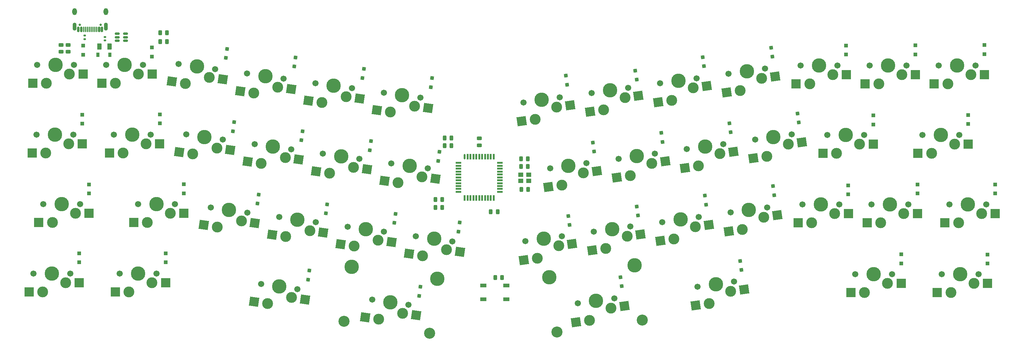
<source format=gbr>
%TF.GenerationSoftware,KiCad,Pcbnew,(5.99.0-9176-ga1730d51ff)*%
%TF.CreationDate,2021-05-08T16:46:04-05:00*%
%TF.ProjectId,prime e clone,7072696d-6520-4652-9063-6c6f6e652e6b,rev?*%
%TF.SameCoordinates,Original*%
%TF.FileFunction,Soldermask,Bot*%
%TF.FilePolarity,Negative*%
%FSLAX46Y46*%
G04 Gerber Fmt 4.6, Leading zero omitted, Abs format (unit mm)*
G04 Created by KiCad (PCBNEW (5.99.0-9176-ga1730d51ff)) date 2021-05-08 16:46:04*
%MOMM*%
%LPD*%
G01*
G04 APERTURE LIST*
G04 Aperture macros list*
%AMRoundRect*
0 Rectangle with rounded corners*
0 $1 Rounding radius*
0 $2 $3 $4 $5 $6 $7 $8 $9 X,Y pos of 4 corners*
0 Add a 4 corners polygon primitive as box body*
4,1,4,$2,$3,$4,$5,$6,$7,$8,$9,$2,$3,0*
0 Add four circle primitives for the rounded corners*
1,1,$1+$1,$2,$3*
1,1,$1+$1,$4,$5*
1,1,$1+$1,$6,$7*
1,1,$1+$1,$8,$9*
0 Add four rect primitives between the rounded corners*
20,1,$1+$1,$2,$3,$4,$5,0*
20,1,$1+$1,$4,$5,$6,$7,0*
20,1,$1+$1,$6,$7,$8,$9,0*
20,1,$1+$1,$8,$9,$2,$3,0*%
%AMRotRect*
0 Rectangle, with rotation*
0 The origin of the aperture is its center*
0 $1 length*
0 $2 width*
0 $3 Rotation angle, in degrees counterclockwise*
0 Add horizontal line*
21,1,$1,$2,0,0,$3*%
%AMOutline4P*
0 Free polygon, 4 corners , with rotation*
0 The origin of the aperture is its center*
0 number of corners: always 4*
0 $1 to $8 corner X, Y*
0 $9 Rotation angle, in degrees counterclockwise*
0 create outline with 4 corners*
4,1,4,$1,$2,$3,$4,$5,$6,$7,$8,$1,$2,$9*%
G04 Aperture macros list end*
%ADD10R,1.700000X1.000000*%
%ADD11R,1.000000X1.000000*%
%ADD12RotRect,1.000000X1.000000X278.000000*%
%ADD13RotRect,1.000000X1.000000X262.000000*%
%ADD14C,1.701800*%
%ADD15C,3.000000*%
%ADD16C,3.987800*%
%ADD17R,2.550000X2.500000*%
%ADD18RotRect,2.550000X2.500000X188.000000*%
%ADD19RotRect,2.550000X2.500000X172.000000*%
%ADD20C,3.048000*%
%ADD21RoundRect,0.147500X-0.172500X0.147500X-0.172500X-0.147500X0.172500X-0.147500X0.172500X0.147500X0*%
%ADD22RoundRect,0.243750X-0.243750X-0.456250X0.243750X-0.456250X0.243750X0.456250X-0.243750X0.456250X0*%
%ADD23RoundRect,0.243750X0.243750X0.456250X-0.243750X0.456250X-0.243750X-0.456250X0.243750X-0.456250X0*%
%ADD24O,0.550000X1.500000*%
%ADD25Outline4P,-0.750000X-0.250000X0.750000X-0.250000X0.750000X0.250000X-0.750000X0.250000X270.000000*%
%ADD26Outline4P,-0.750000X-0.275000X0.750000X-0.275000X0.750000X0.275000X-0.750000X0.275000X270.000000*%
%ADD27Outline4P,-0.750000X-0.275000X0.750000X-0.275000X0.750000X0.275000X-0.750000X0.275000X180.000000*%
%ADD28Outline4P,-0.750000X-0.250000X0.750000X-0.250000X0.750000X0.250000X-0.750000X0.250000X180.000000*%
%ADD29RoundRect,0.250000X-0.375000X-0.625000X0.375000X-0.625000X0.375000X0.625000X-0.375000X0.625000X0*%
%ADD30RoundRect,0.243750X-0.456250X0.243750X-0.456250X-0.243750X0.456250X-0.243750X0.456250X0.243750X0*%
%ADD31R,1.400000X1.200000*%
%ADD32R,0.900000X1.200000*%
%ADD33RoundRect,0.150000X-0.512500X-0.150000X0.512500X-0.150000X0.512500X0.150000X-0.512500X0.150000X0*%
%ADD34C,0.650000*%
%ADD35RoundRect,0.150000X-0.150000X-0.575000X0.150000X-0.575000X0.150000X0.575000X-0.150000X0.575000X0*%
%ADD36RoundRect,0.075000X-0.075000X-0.650000X0.075000X-0.650000X0.075000X0.650000X-0.075000X0.650000X0*%
%ADD37O,1.300000X1.900000*%
%ADD38O,1.100000X2.200000*%
G04 APERTURE END LIST*
D10*
%TO.C,SW_RESET1*%
X216870000Y-161850000D03*
X210570000Y-161850000D03*
X216870000Y-165650000D03*
X210570000Y-165650000D03*
%TD*%
D11*
%TO.C,D46*%
X311230000Y-136650000D03*
X311230000Y-134150000D03*
%TD*%
%TO.C,D45*%
X349600000Y-155800000D03*
X349600000Y-153300000D03*
%TD*%
%TO.C,D44*%
X325850000Y-155770000D03*
X325850000Y-153270000D03*
%TD*%
D12*
%TO.C,D43*%
X281743966Y-157577835D03*
X281396034Y-155102165D03*
%TD*%
%TO.C,D42*%
X248743966Y-162057835D03*
X248396034Y-159582165D03*
%TD*%
D13*
%TO.C,D41*%
X192796034Y-164717835D03*
X193143966Y-162242165D03*
%TD*%
%TO.C,D40*%
X162156034Y-160227835D03*
X162503966Y-157752165D03*
%TD*%
D11*
%TO.C,D39*%
X122895000Y-155455000D03*
X122895000Y-152955000D03*
%TD*%
%TO.C,D38*%
X99025000Y-155440000D03*
X99025000Y-152940000D03*
%TD*%
%TO.C,D37*%
X351740000Y-136420000D03*
X351740000Y-133920000D03*
%TD*%
%TO.C,D36*%
X330310000Y-136410000D03*
X330310000Y-133910000D03*
%TD*%
D12*
%TO.C,D35*%
X290833966Y-136867835D03*
X290486034Y-134392165D03*
%TD*%
%TO.C,D34*%
X271983966Y-139487835D03*
X271636034Y-137012165D03*
%TD*%
%TO.C,D33*%
X253193966Y-142517835D03*
X252846034Y-140042165D03*
%TD*%
%TO.C,D32*%
X234313966Y-145087835D03*
X233966034Y-142612165D03*
%TD*%
D13*
%TO.C,D31*%
X203636034Y-146927835D03*
X203983966Y-144452165D03*
%TD*%
%TO.C,D30*%
X185956034Y-144527835D03*
X186303966Y-142052165D03*
%TD*%
%TO.C,D29*%
X167096034Y-141897835D03*
X167443966Y-139422165D03*
%TD*%
%TO.C,D28*%
X148216034Y-139197835D03*
X148563966Y-136722165D03*
%TD*%
D11*
%TO.C,D27*%
X127890000Y-136380000D03*
X127890000Y-133880000D03*
%TD*%
%TO.C,D26*%
X101710000Y-136420000D03*
X101710000Y-133920000D03*
%TD*%
%TO.C,D25*%
X344280000Y-117200000D03*
X344280000Y-114700000D03*
%TD*%
%TO.C,D24*%
X318120000Y-117300000D03*
X318120000Y-114800000D03*
%TD*%
D12*
%TO.C,D23*%
X297583966Y-116737835D03*
X297236034Y-114262165D03*
%TD*%
%TO.C,D22*%
X278803966Y-119447835D03*
X278456034Y-116972165D03*
%TD*%
%TO.C,D21*%
X259943966Y-122127835D03*
X259596034Y-119652165D03*
%TD*%
%TO.C,D20*%
X241073966Y-124797835D03*
X240726034Y-122322165D03*
%TD*%
D13*
%TO.C,D19*%
X198072068Y-127375670D03*
X198420000Y-124900000D03*
%TD*%
%TO.C,D18*%
X179196034Y-124417835D03*
X179543966Y-121942165D03*
%TD*%
%TO.C,D17*%
X160326034Y-121647835D03*
X160673966Y-119172165D03*
%TD*%
%TO.C,D16*%
X141476034Y-119157835D03*
X141823966Y-116682165D03*
%TD*%
D11*
%TO.C,D15*%
X121270000Y-117020000D03*
X121270000Y-114520000D03*
%TD*%
%TO.C,D14*%
X99900000Y-117090000D03*
X99900000Y-114590000D03*
%TD*%
%TO.C,D13*%
X348780000Y-97860000D03*
X348780000Y-95360000D03*
%TD*%
%TO.C,D12*%
X329720000Y-97940000D03*
X329720000Y-95440000D03*
%TD*%
%TO.C,D11*%
X310640000Y-97960000D03*
X310640000Y-95460000D03*
%TD*%
D12*
%TO.C,D10*%
X290303966Y-98547835D03*
X289956034Y-96072165D03*
%TD*%
%TO.C,D9*%
X271413966Y-101167835D03*
X271066034Y-98692165D03*
%TD*%
%TO.C,D8*%
X252823966Y-104877835D03*
X252476034Y-102402165D03*
%TD*%
%TO.C,D7*%
X233663966Y-106297835D03*
X233316034Y-103822165D03*
%TD*%
D13*
%TO.C,D6*%
X196066034Y-106967835D03*
X196413966Y-104492165D03*
%TD*%
%TO.C,D5*%
X177206034Y-104425335D03*
X177553966Y-101949665D03*
%TD*%
%TO.C,D4*%
X158366034Y-101237835D03*
X158713966Y-98762165D03*
%TD*%
%TO.C,D3*%
X139526034Y-98869085D03*
X139873966Y-96393415D03*
%TD*%
D11*
%TO.C,D2*%
X119100000Y-98510000D03*
X119100000Y-96010000D03*
%TD*%
%TO.C,D1*%
X100160000Y-98020000D03*
X100160000Y-95520000D03*
%TD*%
D14*
%TO.C,SW13*%
X346300000Y-100970000D03*
X336140000Y-100970000D03*
D15*
X338680000Y-106050000D03*
X345030000Y-103510000D03*
D16*
X341220000Y-100970000D03*
D17*
X334930000Y-106050000D03*
X348780000Y-103510000D03*
%TD*%
D14*
%TO.C,SW33*%
X241049438Y-146966999D03*
D16*
X246080000Y-146260000D03*
D14*
X251110562Y-145553001D03*
D15*
X250206421Y-148245031D03*
X244271718Y-151644061D03*
D18*
X240558213Y-152165961D03*
X253919926Y-147723132D03*
%TD*%
D15*
%TO.C,SW16*%
X130367720Y-125467062D03*
D14*
X128559438Y-120083001D03*
X138620562Y-121496999D03*
D15*
X137009422Y-123835530D03*
D16*
X133590000Y-120790000D03*
D19*
X126654214Y-124945163D03*
X140722927Y-124357430D03*
%TD*%
D15*
%TO.C,SW11*%
X306930000Y-103510000D03*
D16*
X303120000Y-100970000D03*
D14*
X308200000Y-100970000D03*
X298040000Y-100970000D03*
D15*
X300580000Y-106050000D03*
D17*
X296830000Y-106050000D03*
X310680000Y-103510000D03*
%TD*%
D15*
%TO.C,SW41*%
X181657720Y-171167062D03*
D14*
X179849438Y-165783001D03*
D15*
X188299422Y-169535530D03*
D16*
X184880000Y-166490000D03*
D14*
X189910562Y-167196999D03*
D19*
X177944214Y-170645163D03*
X192012927Y-170057430D03*
%TD*%
D16*
%TO.C,SW4*%
X150390000Y-103920000D03*
D14*
X155420562Y-104626999D03*
X145359438Y-103213001D03*
D15*
X153809422Y-106965530D03*
X147167720Y-108597062D03*
D19*
X143454214Y-108075163D03*
X157522927Y-107487430D03*
%TD*%
D14*
%TO.C,SW37*%
X349270000Y-139450000D03*
X339110000Y-139450000D03*
D15*
X341650000Y-144530000D03*
D16*
X344190000Y-139450000D03*
D15*
X348000000Y-141990000D03*
D17*
X337900000Y-144530000D03*
X351750000Y-141990000D03*
%TD*%
D15*
%TO.C,SW7*%
X230746421Y-112505031D03*
D14*
X221589438Y-111226999D03*
D15*
X224811718Y-115904061D03*
D14*
X231650562Y-109813001D03*
D16*
X226620000Y-110520000D03*
D18*
X221098213Y-116425961D03*
X234459926Y-111983132D03*
%TD*%
D14*
%TO.C,SW15*%
X108610000Y-120090000D03*
D16*
X113690000Y-120090000D03*
D15*
X111150000Y-125170000D03*
D14*
X118770000Y-120090000D03*
D15*
X117500000Y-122630000D03*
D17*
X107400000Y-125170000D03*
X121250000Y-122630000D03*
%TD*%
D14*
%TO.C,SW14*%
X97430000Y-120090000D03*
D16*
X92350000Y-120090000D03*
D15*
X96160000Y-122630000D03*
D14*
X87270000Y-120090000D03*
D15*
X89810000Y-125170000D03*
D17*
X86060000Y-125170000D03*
X99910000Y-122630000D03*
%TD*%
D15*
%TO.C,SW21*%
X256986421Y-128055031D03*
X251051718Y-131454061D03*
D14*
X257890562Y-125363001D03*
X247829438Y-126776999D03*
D16*
X252860000Y-126070000D03*
D18*
X247338213Y-131975961D03*
X260699926Y-127533132D03*
%TD*%
D15*
%TO.C,SW39*%
X112775000Y-163655000D03*
D14*
X110235000Y-158575000D03*
D15*
X119125000Y-161115000D03*
D14*
X120395000Y-158575000D03*
D16*
X115315000Y-158575000D03*
D17*
X109025000Y-163655000D03*
X122875000Y-161115000D03*
%TD*%
D14*
%TO.C,SW26*%
X89085000Y-139320000D03*
D15*
X91625000Y-144400000D03*
D16*
X94165000Y-139320000D03*
D14*
X99245000Y-139320000D03*
D15*
X97975000Y-141860000D03*
D17*
X87875000Y-144400000D03*
X101725000Y-141860000D03*
%TD*%
D16*
%TO.C,SW36*%
X322740000Y-139450000D03*
D14*
X317660000Y-139450000D03*
D15*
X320200000Y-144530000D03*
X326550000Y-141990000D03*
D14*
X327820000Y-139450000D03*
D17*
X316450000Y-144530000D03*
X330300000Y-141990000D03*
%TD*%
D16*
%TO.C,SW9*%
X264350000Y-105230000D03*
D15*
X262541718Y-110614061D03*
D14*
X269380562Y-104523001D03*
D15*
X268476421Y-107215031D03*
D14*
X259319438Y-105936999D03*
D18*
X258828213Y-111135961D03*
X272189926Y-106693132D03*
%TD*%
D15*
%TO.C,SW10*%
X287346421Y-104565031D03*
X281411718Y-107964061D03*
D16*
X283220000Y-102580000D03*
D14*
X278189438Y-103286999D03*
X288250562Y-101873001D03*
D18*
X277698213Y-108485961D03*
X291059926Y-104043132D03*
%TD*%
D15*
%TO.C,SW45*%
X339530000Y-163780000D03*
D16*
X342070000Y-158700000D03*
D15*
X345880000Y-161240000D03*
D14*
X336990000Y-158700000D03*
X347150000Y-158700000D03*
D17*
X335780000Y-163780000D03*
X349630000Y-161240000D03*
%TD*%
D16*
%TO.C,SW43*%
X274670000Y-161490000D03*
D14*
X269639438Y-162196999D03*
X279700562Y-160783001D03*
D15*
X278796421Y-163475031D03*
X272861718Y-166874061D03*
D18*
X269148213Y-167395961D03*
X282509926Y-162953132D03*
%TD*%
D15*
%TO.C,SW12*%
X319630000Y-106070000D03*
D14*
X317090000Y-100990000D03*
D15*
X325980000Y-103530000D03*
D16*
X322170000Y-100990000D03*
D14*
X327250000Y-100990000D03*
D17*
X315880000Y-106070000D03*
X329730000Y-103530000D03*
%TD*%
D16*
%TO.C,SW27*%
X120350000Y-139320000D03*
D15*
X117810000Y-144400000D03*
D14*
X115270000Y-139320000D03*
X125430000Y-139320000D03*
D15*
X124160000Y-141860000D03*
D17*
X114060000Y-144400000D03*
X127910000Y-141860000D03*
%TD*%
D16*
%TO.C,SW30*%
X178100000Y-146300000D03*
D15*
X174877720Y-150977062D03*
D14*
X173069438Y-145593001D03*
X183130562Y-147006999D03*
D15*
X181519422Y-149345530D03*
D19*
X171164214Y-150455163D03*
X185232927Y-149867430D03*
%TD*%
D15*
%TO.C,SW31*%
X193737720Y-153627062D03*
D16*
X196960000Y-148950000D03*
D14*
X201990562Y-149656999D03*
X191929438Y-148243001D03*
D15*
X200379422Y-151995530D03*
D19*
X190024214Y-153105163D03*
X204092927Y-152517430D03*
%TD*%
D16*
%TO.C,SW40*%
X154235000Y-162165000D03*
D15*
X151012720Y-166842062D03*
X157654422Y-165210530D03*
D14*
X149204438Y-161458001D03*
X159265562Y-162871999D03*
D19*
X147299214Y-166320163D03*
X161367927Y-165732430D03*
%TD*%
D14*
%TO.C,SW46*%
X298610000Y-139470000D03*
D16*
X303690000Y-139470000D03*
D15*
X307500000Y-142010000D03*
D14*
X308770000Y-139470000D03*
D15*
X301150000Y-144550000D03*
D17*
X297400000Y-144550000D03*
X311250000Y-142010000D03*
%TD*%
D16*
%TO.C,SW44*%
X318266038Y-158700000D03*
D14*
X323346038Y-158700000D03*
X313186038Y-158700000D03*
D15*
X315726038Y-163780000D03*
X322076038Y-161240000D03*
D17*
X311976038Y-163780000D03*
X325826038Y-161240000D03*
%TD*%
D14*
%TO.C,SW2*%
X106510000Y-100850000D03*
D15*
X115400000Y-103390000D03*
D16*
X111590000Y-100850000D03*
D14*
X116670000Y-100850000D03*
D15*
X109050000Y-105930000D03*
D17*
X105300000Y-105930000D03*
X119150000Y-103390000D03*
%TD*%
D14*
%TO.C,SW1*%
X97625000Y-100840000D03*
D16*
X92545000Y-100840000D03*
D14*
X87465000Y-100840000D03*
D15*
X90005000Y-105920000D03*
X96355000Y-103380000D03*
D17*
X86255000Y-105920000D03*
X100105000Y-103380000D03*
%TD*%
D15*
%TO.C,SW32*%
X231326421Y-150905031D03*
D14*
X232230562Y-148213001D03*
X222169438Y-149626999D03*
D16*
X227200000Y-148920000D03*
D15*
X225391718Y-154304061D03*
D18*
X221678213Y-154825961D03*
X235039926Y-150383132D03*
%TD*%
D14*
%TO.C,SW20*%
X228959438Y-129436999D03*
X239020562Y-128023001D03*
D16*
X233990000Y-128730000D03*
D15*
X238116421Y-130715031D03*
X232181718Y-134114061D03*
D18*
X228468213Y-134635961D03*
X241829926Y-130193132D03*
%TD*%
D14*
%TO.C,SW18*%
X166289438Y-125403001D03*
X176350562Y-126816999D03*
D15*
X174739422Y-129155530D03*
D16*
X171320000Y-126110000D03*
D15*
X168097720Y-130787062D03*
D19*
X164384214Y-130265163D03*
X178452927Y-129677430D03*
%TD*%
D15*
%TO.C,SW8*%
X249616421Y-109865031D03*
D14*
X240459438Y-108586999D03*
D16*
X245490000Y-107880000D03*
D15*
X243681718Y-113264061D03*
D14*
X250520562Y-107173001D03*
D18*
X239968213Y-113785961D03*
X253329926Y-109343132D03*
%TD*%
D15*
%TO.C,SW34*%
X263121718Y-148994061D03*
D16*
X264930000Y-143610000D03*
D15*
X269056421Y-145595031D03*
D14*
X269960562Y-142903001D03*
X259899438Y-144316999D03*
D18*
X259408213Y-149515961D03*
X272769926Y-145073132D03*
%TD*%
D16*
%TO.C,SW42*%
X241639538Y-166110000D03*
D15*
X239831256Y-171494061D03*
D14*
X236608976Y-166816999D03*
X246670100Y-165403001D03*
D15*
X245765959Y-168095031D03*
D18*
X236117751Y-172015961D03*
X249479464Y-167573132D03*
%TD*%
D14*
%TO.C,SW19*%
X185149438Y-128053001D03*
D16*
X190180000Y-128760000D03*
D15*
X186957720Y-133437062D03*
D14*
X195210562Y-129466999D03*
D15*
X193599422Y-131805530D03*
D19*
X183244214Y-132915163D03*
X197312927Y-132327430D03*
%TD*%
D16*
%TO.C,SW29*%
X159240000Y-143640000D03*
D14*
X164270562Y-144346999D03*
D15*
X156017720Y-148317062D03*
X162659422Y-146685530D03*
D14*
X154209438Y-142933001D03*
D19*
X152304214Y-147795163D03*
X166372927Y-147207430D03*
%TD*%
D15*
%TO.C,SW22*%
X269911718Y-128804061D03*
D14*
X276750562Y-122713001D03*
D15*
X275846421Y-125405031D03*
D16*
X271720000Y-123420000D03*
D14*
X266689438Y-124126999D03*
D18*
X266198213Y-129325961D03*
X279559926Y-124883132D03*
%TD*%
D14*
%TO.C,SW6*%
X183089438Y-108513001D03*
D15*
X184897720Y-113897062D03*
D14*
X193150562Y-109926999D03*
D15*
X191539422Y-112265530D03*
D16*
X188120000Y-109220000D03*
D19*
X181184214Y-113375163D03*
X195252927Y-112787430D03*
%TD*%
D14*
%TO.C,SW23*%
X295610562Y-120073001D03*
D15*
X288771718Y-126164061D03*
D14*
X285549438Y-121486999D03*
D15*
X294706421Y-122765031D03*
D16*
X290580000Y-120780000D03*
D18*
X285058213Y-126685961D03*
X298419926Y-122243132D03*
%TD*%
D14*
%TO.C,SW28*%
X145390562Y-141696999D03*
D15*
X143779422Y-144035530D03*
D16*
X140360000Y-140990000D03*
D14*
X135329438Y-140283001D03*
D15*
X137137720Y-145667062D03*
D19*
X133424214Y-145145163D03*
X147492927Y-144557430D03*
%TD*%
D14*
%TO.C,SW25*%
X341830000Y-120230000D03*
X331670000Y-120230000D03*
D15*
X334210000Y-125310000D03*
X340560000Y-122770000D03*
D16*
X336750000Y-120230000D03*
D17*
X330460000Y-125310000D03*
X344310000Y-122770000D03*
%TD*%
D15*
%TO.C,SW35*%
X281981718Y-146354061D03*
D16*
X283790000Y-140970000D03*
D15*
X287916421Y-142955031D03*
D14*
X278759438Y-141676999D03*
X288820562Y-140263001D03*
D18*
X278268213Y-146875961D03*
X291629926Y-142433132D03*
%TD*%
D15*
%TO.C,SW38*%
X95285000Y-161100000D03*
X88935000Y-163640000D03*
D14*
X86395000Y-158560000D03*
D16*
X91475000Y-158560000D03*
D14*
X96555000Y-158560000D03*
D17*
X85185000Y-163640000D03*
X99035000Y-161100000D03*
%TD*%
D15*
%TO.C,SW5*%
X172664422Y-109625530D03*
D14*
X174275562Y-107286999D03*
D16*
X169245000Y-106580000D03*
D14*
X164214438Y-105873001D03*
D15*
X166022720Y-111257062D03*
D19*
X162309214Y-110735163D03*
X176377927Y-110147430D03*
%TD*%
D20*
%TO.C,S1*%
X230832618Y-174714005D03*
D16*
X228711620Y-159622320D03*
D20*
X254400998Y-171401686D03*
D16*
X252280000Y-156310000D03*
%TD*%
D15*
%TO.C,SW3*%
X134939422Y-104325530D03*
D16*
X131520000Y-101280000D03*
D15*
X128297720Y-105957062D03*
D14*
X126489438Y-100573001D03*
X136550562Y-101986999D03*
D19*
X124584214Y-105435163D03*
X138652927Y-104847430D03*
%TD*%
D16*
%TO.C,S2*%
X197803064Y-159985268D03*
X174234684Y-156672948D03*
D20*
X195682066Y-175076953D03*
X172113686Y-171764634D03*
%TD*%
D16*
%TO.C,SW24*%
X310560000Y-120230000D03*
D14*
X315640000Y-120230000D03*
D15*
X314370000Y-122770000D03*
D14*
X305480000Y-120230000D03*
D15*
X308020000Y-125310000D03*
D17*
X304270000Y-125310000D03*
X318120000Y-122770000D03*
%TD*%
D15*
%TO.C,SW17*%
X149237720Y-128127062D03*
D14*
X147429438Y-122743001D03*
D16*
X152460000Y-123450000D03*
D15*
X155879422Y-126495530D03*
D14*
X157490562Y-124156999D03*
D19*
X145524214Y-127605163D03*
X159592927Y-127017430D03*
%TD*%
D21*
%TO.C,R4*%
X106150000Y-93095000D03*
X106150000Y-94065000D03*
%TD*%
D22*
%TO.C,R2*%
X213822500Y-159670000D03*
X215697500Y-159670000D03*
%TD*%
%TO.C,C5*%
X212602500Y-141480000D03*
X214477500Y-141480000D03*
%TD*%
%TO.C,R7*%
X121382500Y-94400000D03*
X123257500Y-94400000D03*
%TD*%
D23*
%TO.C,R1*%
X199160000Y-140250000D03*
X197285000Y-140250000D03*
%TD*%
D22*
%TO.C,R6*%
X121382500Y-91940000D03*
X123257500Y-91940000D03*
%TD*%
%TO.C,C2*%
X221040000Y-135310000D03*
X222915000Y-135310000D03*
%TD*%
D24*
%TO.C,U1*%
X205400000Y-126250000D03*
D25*
X206200000Y-126250000D03*
X207000000Y-126250000D03*
D26*
X207800000Y-126250000D03*
X208600000Y-126250000D03*
X209400000Y-126250000D03*
X210200000Y-126250000D03*
X211000000Y-126250000D03*
X211800000Y-126250000D03*
X212600000Y-126250000D03*
X213400000Y-126250000D03*
D27*
X215100000Y-127950000D03*
X215100000Y-128750000D03*
X215100000Y-129550000D03*
X215100000Y-130350000D03*
X215100000Y-131150000D03*
X215100000Y-131950000D03*
X215100000Y-132750000D03*
X215100000Y-133550000D03*
X215100000Y-134350000D03*
X215100000Y-135150000D03*
X215100000Y-135950000D03*
D26*
X213400000Y-137650000D03*
X212600000Y-137650000D03*
X211800000Y-137650000D03*
X211000000Y-137650000D03*
X210200000Y-137650000D03*
X209400000Y-137650000D03*
X208600000Y-137650000D03*
X207800000Y-137650000D03*
X207000000Y-137650000D03*
X206200000Y-137650000D03*
X205400000Y-137650000D03*
D27*
X203700000Y-135950000D03*
X203700000Y-135150000D03*
X203700000Y-134350000D03*
X203700000Y-133550000D03*
X203700000Y-132750000D03*
X203700000Y-131950000D03*
X203700000Y-131150000D03*
X203700000Y-130350000D03*
X203700000Y-129550000D03*
X203700000Y-128750000D03*
D28*
X203700000Y-127950000D03*
%TD*%
D22*
%TO.C,C7*%
X220912500Y-126860000D03*
X222787500Y-126860000D03*
%TD*%
D29*
%TO.C,F1*%
X104615000Y-95730000D03*
X107415000Y-95730000D03*
%TD*%
D30*
%TO.C,R5*%
X94000000Y-95312500D03*
X94000000Y-97187500D03*
%TD*%
D31*
%TO.C,X1*%
X220890000Y-131180000D03*
X223090000Y-131180000D03*
X223090000Y-132880000D03*
X220890000Y-132880000D03*
%TD*%
D30*
%TO.C,C3*%
X209400000Y-121182500D03*
X209400000Y-123057500D03*
%TD*%
%TO.C,C9*%
X95980000Y-95302500D03*
X95980000Y-97177500D03*
%TD*%
D22*
%TO.C,C1*%
X220912500Y-128970000D03*
X222787500Y-128970000D03*
%TD*%
D32*
%TO.C,DS1*%
X107475000Y-98050000D03*
X104175000Y-98050000D03*
%TD*%
D33*
%TO.C,U2*%
X109532500Y-94120000D03*
X109532500Y-93170000D03*
X109532500Y-92220000D03*
X111807500Y-92220000D03*
X111807500Y-93170000D03*
X111807500Y-94120000D03*
%TD*%
D23*
%TO.C,C8*%
X201740000Y-121060000D03*
X199865000Y-121060000D03*
%TD*%
D34*
%TO.C,J1*%
X99170000Y-89709000D03*
X104950000Y-89709000D03*
D35*
X98810000Y-91035000D03*
X99610000Y-91035000D03*
D36*
X100810000Y-91035000D03*
X101806000Y-91035000D03*
X102310000Y-91035000D03*
X103310000Y-91035000D03*
D35*
X105310000Y-91035000D03*
X104510000Y-91035000D03*
D36*
X103810000Y-91035000D03*
X102810000Y-91035000D03*
X101310000Y-91035000D03*
X100310000Y-91035000D03*
D37*
X97760000Y-86060000D03*
D38*
X106360000Y-90260000D03*
D37*
X106360000Y-86060000D03*
D38*
X97760000Y-90260000D03*
%TD*%
D21*
%TO.C,R3*%
X100570000Y-92715000D03*
X100570000Y-93685000D03*
%TD*%
D23*
%TO.C,C6*%
X199170000Y-138040000D03*
X197295000Y-138040000D03*
%TD*%
%TO.C,C4*%
X201750000Y-123150000D03*
X199875000Y-123150000D03*
%TD*%
M02*

</source>
